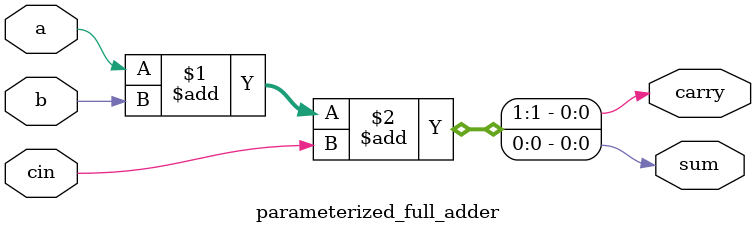
<source format=v>
`timescale 1ns / 1ps


module parameterized_full_adder#(parameter WIDTH=1)
(input wire[WIDTH-1:0]a,
input wire[WIDTH-1:0]b,
input  wire cin,
output  wire[WIDTH-1:0]sum,
output  wire carry);
assign {carry,sum}=a+b+cin;
endmodule

</source>
